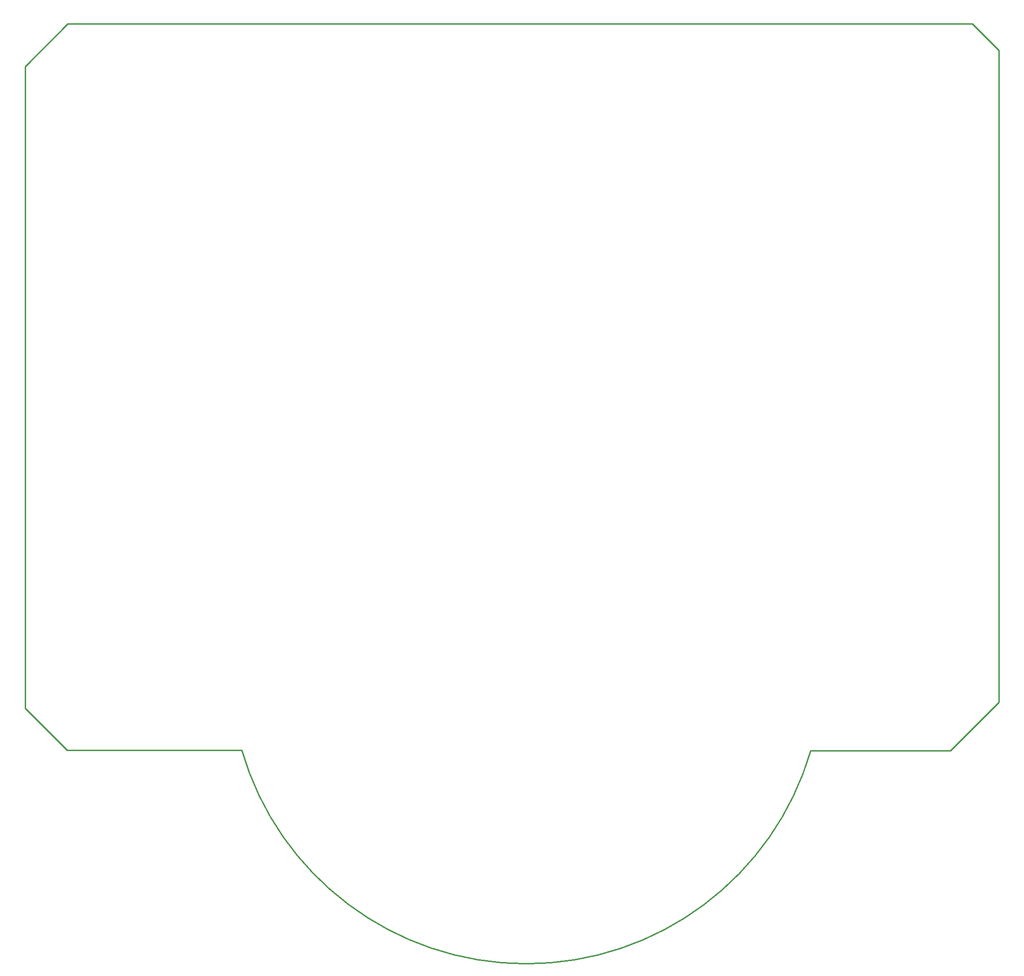
<source format=gko>
G04 Layer: BoardOutlineLayer*
G04 EasyEDA v6.5.1, 2022-03-22 03:02:58*
G04 bf67d1bc75334a149d351373cee676c1,2944274e32f549b18320765f93dd2344,10*
G04 Gerber Generator version 0.2*
G04 Scale: 100 percent, Rotated: No, Reflected: No *
G04 Dimensions in millimeters *
G04 leading zeros omitted , absolute positions ,4 integer and 5 decimal *
%FSLAX45Y45*%
%MOMM*%

%ADD10C,0.2540*%
D10*
X266700Y1015237D02*
G01*
X266700Y762000D01*
X1028700Y0D01*
X1267713Y0D01*
X17957800Y1871979D02*
G01*
X17957800Y876300D01*
X17077436Y-4063D01*
X16185388Y-4063D01*
X5842000Y13208000D02*
G01*
X17475200Y13208000D01*
X17957800Y12725400D01*
X17957800Y1871979D01*
X1041400Y13208000D02*
G01*
X4368800Y13208000D01*
X266700Y12433300D02*
G01*
X1041400Y13208000D01*
X266700Y12433300D02*
G01*
X266700Y11239500D01*
X266700Y10909300D01*
X5847079Y13208000D02*
G01*
X4368800Y13208000D01*
X266700Y10907318D02*
G01*
X266700Y10909300D01*
X1267780Y0D02*
G01*
X4203700Y0D01*
X266700Y10909300D02*
G01*
X266700Y1015144D01*
X14539193Y-7934D02*
G01*
X16185395Y-7934D01*
G75*
G01*
X4203700Y0D02*
G03*
X14539194Y-7935I5168900J1498601D01*

%LPD*%
M02*

</source>
